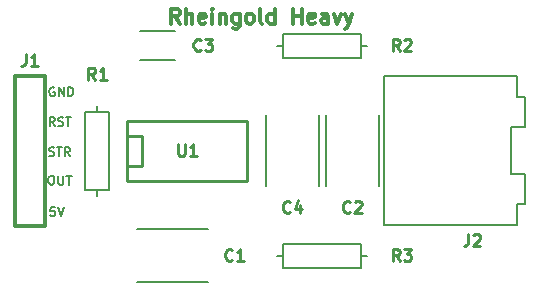
<source format=gto>
G04 #@! TF.FileFunction,Legend,Top*
%FSLAX46Y46*%
G04 Gerber Fmt 4.6, Leading zero omitted, Abs format (unit mm)*
G04 Created by KiCad (PCBNEW 4.0.0-rc1-stable) date 10/27/2015 9:53:31 PM*
%MOMM*%
G01*
G04 APERTURE LIST*
%ADD10C,0.150000*%
%ADD11C,0.317500*%
%ADD12C,0.190500*%
%ADD13C,0.254000*%
%ADD14C,0.203200*%
%ADD15C,0.304800*%
G04 APERTURE END LIST*
D10*
D11*
X201792114Y-130470124D02*
X201368781Y-129865362D01*
X201066400Y-130470124D02*
X201066400Y-129200124D01*
X201550209Y-129200124D01*
X201671162Y-129260600D01*
X201731638Y-129321076D01*
X201792114Y-129442029D01*
X201792114Y-129623457D01*
X201731638Y-129744410D01*
X201671162Y-129804886D01*
X201550209Y-129865362D01*
X201066400Y-129865362D01*
X202336400Y-130470124D02*
X202336400Y-129200124D01*
X202880686Y-130470124D02*
X202880686Y-129804886D01*
X202820209Y-129683933D01*
X202699257Y-129623457D01*
X202517829Y-129623457D01*
X202396876Y-129683933D01*
X202336400Y-129744410D01*
X203969257Y-130409648D02*
X203848305Y-130470124D01*
X203606400Y-130470124D01*
X203485448Y-130409648D01*
X203424972Y-130288695D01*
X203424972Y-129804886D01*
X203485448Y-129683933D01*
X203606400Y-129623457D01*
X203848305Y-129623457D01*
X203969257Y-129683933D01*
X204029734Y-129804886D01*
X204029734Y-129925838D01*
X203424972Y-130046790D01*
X204574019Y-130470124D02*
X204574019Y-129623457D01*
X204574019Y-129200124D02*
X204513543Y-129260600D01*
X204574019Y-129321076D01*
X204634495Y-129260600D01*
X204574019Y-129200124D01*
X204574019Y-129321076D01*
X205178781Y-129623457D02*
X205178781Y-130470124D01*
X205178781Y-129744410D02*
X205239257Y-129683933D01*
X205360210Y-129623457D01*
X205541638Y-129623457D01*
X205662590Y-129683933D01*
X205723067Y-129804886D01*
X205723067Y-130470124D01*
X206872115Y-129623457D02*
X206872115Y-130651552D01*
X206811638Y-130772505D01*
X206751162Y-130832981D01*
X206630210Y-130893457D01*
X206448781Y-130893457D01*
X206327829Y-130832981D01*
X206872115Y-130409648D02*
X206751162Y-130470124D01*
X206509258Y-130470124D01*
X206388305Y-130409648D01*
X206327829Y-130349171D01*
X206267353Y-130228219D01*
X206267353Y-129865362D01*
X206327829Y-129744410D01*
X206388305Y-129683933D01*
X206509258Y-129623457D01*
X206751162Y-129623457D01*
X206872115Y-129683933D01*
X207658306Y-130470124D02*
X207537353Y-130409648D01*
X207476877Y-130349171D01*
X207416401Y-130228219D01*
X207416401Y-129865362D01*
X207476877Y-129744410D01*
X207537353Y-129683933D01*
X207658306Y-129623457D01*
X207839734Y-129623457D01*
X207960686Y-129683933D01*
X208021163Y-129744410D01*
X208081639Y-129865362D01*
X208081639Y-130228219D01*
X208021163Y-130349171D01*
X207960686Y-130409648D01*
X207839734Y-130470124D01*
X207658306Y-130470124D01*
X208807354Y-130470124D02*
X208686401Y-130409648D01*
X208625925Y-130288695D01*
X208625925Y-129200124D01*
X209835449Y-130470124D02*
X209835449Y-129200124D01*
X209835449Y-130409648D02*
X209714496Y-130470124D01*
X209472592Y-130470124D01*
X209351639Y-130409648D01*
X209291163Y-130349171D01*
X209230687Y-130228219D01*
X209230687Y-129865362D01*
X209291163Y-129744410D01*
X209351639Y-129683933D01*
X209472592Y-129623457D01*
X209714496Y-129623457D01*
X209835449Y-129683933D01*
X211407830Y-130470124D02*
X211407830Y-129200124D01*
X211407830Y-129804886D02*
X212133544Y-129804886D01*
X212133544Y-130470124D02*
X212133544Y-129200124D01*
X213222115Y-130409648D02*
X213101163Y-130470124D01*
X212859258Y-130470124D01*
X212738306Y-130409648D01*
X212677830Y-130288695D01*
X212677830Y-129804886D01*
X212738306Y-129683933D01*
X212859258Y-129623457D01*
X213101163Y-129623457D01*
X213222115Y-129683933D01*
X213282592Y-129804886D01*
X213282592Y-129925838D01*
X212677830Y-130046790D01*
X214371163Y-130470124D02*
X214371163Y-129804886D01*
X214310686Y-129683933D01*
X214189734Y-129623457D01*
X213947829Y-129623457D01*
X213826877Y-129683933D01*
X214371163Y-130409648D02*
X214250210Y-130470124D01*
X213947829Y-130470124D01*
X213826877Y-130409648D01*
X213766401Y-130288695D01*
X213766401Y-130167743D01*
X213826877Y-130046790D01*
X213947829Y-129986314D01*
X214250210Y-129986314D01*
X214371163Y-129925838D01*
X214854973Y-129623457D02*
X215157354Y-130470124D01*
X215459734Y-129623457D01*
X215822592Y-129623457D02*
X216124973Y-130470124D01*
X216427353Y-129623457D02*
X216124973Y-130470124D01*
X216004020Y-130772505D01*
X215943544Y-130832981D01*
X215822592Y-130893457D01*
D12*
X191243858Y-146013714D02*
X190881001Y-146013714D01*
X190844715Y-146376571D01*
X190881001Y-146340286D01*
X190953572Y-146304000D01*
X191135001Y-146304000D01*
X191207572Y-146340286D01*
X191243858Y-146376571D01*
X191280143Y-146449143D01*
X191280143Y-146630571D01*
X191243858Y-146703143D01*
X191207572Y-146739429D01*
X191135001Y-146775714D01*
X190953572Y-146775714D01*
X190881001Y-146739429D01*
X190844715Y-146703143D01*
X191497857Y-146013714D02*
X191751857Y-146775714D01*
X192005857Y-146013714D01*
X190881000Y-143346714D02*
X191026143Y-143346714D01*
X191098715Y-143383000D01*
X191171286Y-143455571D01*
X191207572Y-143600714D01*
X191207572Y-143854714D01*
X191171286Y-143999857D01*
X191098715Y-144072429D01*
X191026143Y-144108714D01*
X190881000Y-144108714D01*
X190808429Y-144072429D01*
X190735858Y-143999857D01*
X190699572Y-143854714D01*
X190699572Y-143600714D01*
X190735858Y-143455571D01*
X190808429Y-143383000D01*
X190881000Y-143346714D01*
X191534144Y-143346714D02*
X191534144Y-143963571D01*
X191570429Y-144036143D01*
X191606715Y-144072429D01*
X191679286Y-144108714D01*
X191824429Y-144108714D01*
X191897001Y-144072429D01*
X191933286Y-144036143D01*
X191969572Y-143963571D01*
X191969572Y-143346714D01*
X192223572Y-143346714D02*
X192659001Y-143346714D01*
X192441287Y-144108714D02*
X192441287Y-143346714D01*
X190754001Y-141659429D02*
X190862858Y-141695714D01*
X191044287Y-141695714D01*
X191116858Y-141659429D01*
X191153144Y-141623143D01*
X191189429Y-141550571D01*
X191189429Y-141478000D01*
X191153144Y-141405429D01*
X191116858Y-141369143D01*
X191044287Y-141332857D01*
X190899144Y-141296571D01*
X190826572Y-141260286D01*
X190790287Y-141224000D01*
X190754001Y-141151429D01*
X190754001Y-141078857D01*
X190790287Y-141006286D01*
X190826572Y-140970000D01*
X190899144Y-140933714D01*
X191080572Y-140933714D01*
X191189429Y-140970000D01*
X191407143Y-140933714D02*
X191842572Y-140933714D01*
X191624858Y-141695714D02*
X191624858Y-140933714D01*
X192532000Y-141695714D02*
X192278000Y-141332857D01*
X192096572Y-141695714D02*
X192096572Y-140933714D01*
X192386857Y-140933714D01*
X192459429Y-140970000D01*
X192495714Y-141006286D01*
X192532000Y-141078857D01*
X192532000Y-141187714D01*
X192495714Y-141260286D01*
X192459429Y-141296571D01*
X192386857Y-141332857D01*
X192096572Y-141332857D01*
X191225715Y-139155714D02*
X190971715Y-138792857D01*
X190790287Y-139155714D02*
X190790287Y-138393714D01*
X191080572Y-138393714D01*
X191153144Y-138430000D01*
X191189429Y-138466286D01*
X191225715Y-138538857D01*
X191225715Y-138647714D01*
X191189429Y-138720286D01*
X191153144Y-138756571D01*
X191080572Y-138792857D01*
X190790287Y-138792857D01*
X191516001Y-139119429D02*
X191624858Y-139155714D01*
X191806287Y-139155714D01*
X191878858Y-139119429D01*
X191915144Y-139083143D01*
X191951429Y-139010571D01*
X191951429Y-138938000D01*
X191915144Y-138865429D01*
X191878858Y-138829143D01*
X191806287Y-138792857D01*
X191661144Y-138756571D01*
X191588572Y-138720286D01*
X191552287Y-138684000D01*
X191516001Y-138611429D01*
X191516001Y-138538857D01*
X191552287Y-138466286D01*
X191588572Y-138430000D01*
X191661144Y-138393714D01*
X191842572Y-138393714D01*
X191951429Y-138430000D01*
X192169143Y-138393714D02*
X192604572Y-138393714D01*
X192386858Y-139155714D02*
X192386858Y-138393714D01*
X191189428Y-135890000D02*
X191116857Y-135853714D01*
X191008000Y-135853714D01*
X190899143Y-135890000D01*
X190826571Y-135962571D01*
X190790286Y-136035143D01*
X190754000Y-136180286D01*
X190754000Y-136289143D01*
X190790286Y-136434286D01*
X190826571Y-136506857D01*
X190899143Y-136579429D01*
X191008000Y-136615714D01*
X191080571Y-136615714D01*
X191189428Y-136579429D01*
X191225714Y-136543143D01*
X191225714Y-136289143D01*
X191080571Y-136289143D01*
X191552286Y-136615714D02*
X191552286Y-135853714D01*
X191987714Y-136615714D01*
X191987714Y-135853714D01*
X192350572Y-136615714D02*
X192350572Y-135853714D01*
X192532000Y-135853714D01*
X192640857Y-135890000D01*
X192713429Y-135962571D01*
X192749714Y-136035143D01*
X192786000Y-136180286D01*
X192786000Y-136289143D01*
X192749714Y-136434286D01*
X192713429Y-136506857D01*
X192640857Y-136579429D01*
X192532000Y-136615714D01*
X192350572Y-136615714D01*
D13*
X197358000Y-139954000D02*
X198628000Y-139954000D01*
X198628000Y-139954000D02*
X198628000Y-142494000D01*
X198628000Y-142494000D02*
X197358000Y-142494000D01*
X197358000Y-138684000D02*
X207518000Y-138684000D01*
X207518000Y-138684000D02*
X207518000Y-143764000D01*
X207518000Y-143764000D02*
X197358000Y-143764000D01*
X197358000Y-143764000D02*
X197358000Y-138684000D01*
D10*
X230368000Y-145724000D02*
X231068000Y-145724000D01*
X230068000Y-147524000D02*
X230368000Y-147524000D01*
X230368000Y-145724000D02*
X230368000Y-147524000D01*
X230368000Y-136724000D02*
X231068000Y-136724000D01*
X230068000Y-134924000D02*
X230368000Y-134924000D01*
X230368000Y-134924000D02*
X230368000Y-136724000D01*
X219068000Y-134924000D02*
X230068000Y-134924000D01*
X219068000Y-147524000D02*
X230068000Y-147524000D01*
X219068000Y-147524000D02*
X219068000Y-134924000D01*
X231068000Y-136724000D02*
X231068000Y-139224000D01*
X231068000Y-145724000D02*
X231068000Y-143224000D01*
X231068000Y-143224000D02*
X229868000Y-143224000D01*
X229868000Y-143224000D02*
X229868000Y-139224000D01*
X229868000Y-139224000D02*
X231068000Y-139224000D01*
D14*
X194818000Y-137414000D02*
X194818000Y-137922000D01*
X194818000Y-145034000D02*
X194818000Y-144526000D01*
X194818000Y-144526000D02*
X195834000Y-144526000D01*
X195834000Y-144526000D02*
X195834000Y-137922000D01*
X195834000Y-137922000D02*
X193802000Y-137922000D01*
X193802000Y-137922000D02*
X193802000Y-144526000D01*
X193802000Y-144526000D02*
X194818000Y-144526000D01*
X210058000Y-132334000D02*
X210566000Y-132334000D01*
X217678000Y-132334000D02*
X217170000Y-132334000D01*
X217170000Y-132334000D02*
X217170000Y-131318000D01*
X217170000Y-131318000D02*
X210566000Y-131318000D01*
X210566000Y-131318000D02*
X210566000Y-133350000D01*
X210566000Y-133350000D02*
X217170000Y-133350000D01*
X217170000Y-133350000D02*
X217170000Y-132334000D01*
X210058000Y-150114000D02*
X210566000Y-150114000D01*
X217678000Y-150114000D02*
X217170000Y-150114000D01*
X217170000Y-150114000D02*
X217170000Y-149098000D01*
X217170000Y-149098000D02*
X210566000Y-149098000D01*
X210566000Y-149098000D02*
X210566000Y-151130000D01*
X210566000Y-151130000D02*
X217170000Y-151130000D01*
X217170000Y-151130000D02*
X217170000Y-150114000D01*
D15*
X187833000Y-147574000D02*
X190373000Y-147574000D01*
X190373000Y-134874000D02*
X187833000Y-134874000D01*
X187833000Y-147574000D02*
X187833000Y-134874000D01*
X190373000Y-134874000D02*
X190373000Y-147574000D01*
D10*
X198441500Y-131084000D02*
X201441500Y-131084000D01*
X201441500Y-133584000D02*
X198441500Y-133584000D01*
X204208000Y-152364000D02*
X198208000Y-152364000D01*
X198208000Y-147864000D02*
X204208000Y-147864000D01*
X218658000Y-138184000D02*
X218658000Y-144184000D01*
X214158000Y-144184000D02*
X214158000Y-138184000D01*
X213578000Y-138184000D02*
X213578000Y-144184000D01*
X209078000Y-144184000D02*
X209078000Y-138184000D01*
D13*
X201663905Y-140667619D02*
X201663905Y-141490095D01*
X201712286Y-141586857D01*
X201760667Y-141635238D01*
X201857429Y-141683619D01*
X202050952Y-141683619D01*
X202147714Y-141635238D01*
X202196095Y-141586857D01*
X202244476Y-141490095D01*
X202244476Y-140667619D01*
X203260476Y-141683619D02*
X202679905Y-141683619D01*
X202970191Y-141683619D02*
X202970191Y-140667619D01*
X202873429Y-140812762D01*
X202776667Y-140909524D01*
X202679905Y-140957905D01*
X226229333Y-148287619D02*
X226229333Y-149013333D01*
X226180953Y-149158476D01*
X226084191Y-149255238D01*
X225939048Y-149303619D01*
X225842286Y-149303619D01*
X226664762Y-148384381D02*
X226713143Y-148336000D01*
X226809905Y-148287619D01*
X227051809Y-148287619D01*
X227148571Y-148336000D01*
X227196952Y-148384381D01*
X227245333Y-148481143D01*
X227245333Y-148577905D01*
X227196952Y-148723048D01*
X226616381Y-149303619D01*
X227245333Y-149303619D01*
X194648667Y-135206619D02*
X194310001Y-134722810D01*
X194068096Y-135206619D02*
X194068096Y-134190619D01*
X194455143Y-134190619D01*
X194551905Y-134239000D01*
X194600286Y-134287381D01*
X194648667Y-134384143D01*
X194648667Y-134529286D01*
X194600286Y-134626048D01*
X194551905Y-134674429D01*
X194455143Y-134722810D01*
X194068096Y-134722810D01*
X195616286Y-135206619D02*
X195035715Y-135206619D01*
X195326001Y-135206619D02*
X195326001Y-134190619D01*
X195229239Y-134335762D01*
X195132477Y-134432524D01*
X195035715Y-134480905D01*
X220429667Y-132793619D02*
X220091001Y-132309810D01*
X219849096Y-132793619D02*
X219849096Y-131777619D01*
X220236143Y-131777619D01*
X220332905Y-131826000D01*
X220381286Y-131874381D01*
X220429667Y-131971143D01*
X220429667Y-132116286D01*
X220381286Y-132213048D01*
X220332905Y-132261429D01*
X220236143Y-132309810D01*
X219849096Y-132309810D01*
X220816715Y-131874381D02*
X220865096Y-131826000D01*
X220961858Y-131777619D01*
X221203762Y-131777619D01*
X221300524Y-131826000D01*
X221348905Y-131874381D01*
X221397286Y-131971143D01*
X221397286Y-132067905D01*
X221348905Y-132213048D01*
X220768334Y-132793619D01*
X221397286Y-132793619D01*
X220429667Y-150573619D02*
X220091001Y-150089810D01*
X219849096Y-150573619D02*
X219849096Y-149557619D01*
X220236143Y-149557619D01*
X220332905Y-149606000D01*
X220381286Y-149654381D01*
X220429667Y-149751143D01*
X220429667Y-149896286D01*
X220381286Y-149993048D01*
X220332905Y-150041429D01*
X220236143Y-150089810D01*
X219849096Y-150089810D01*
X220768334Y-149557619D02*
X221397286Y-149557619D01*
X221058620Y-149944667D01*
X221203762Y-149944667D01*
X221300524Y-149993048D01*
X221348905Y-150041429D01*
X221397286Y-150138190D01*
X221397286Y-150380095D01*
X221348905Y-150476857D01*
X221300524Y-150525238D01*
X221203762Y-150573619D01*
X220913477Y-150573619D01*
X220816715Y-150525238D01*
X220768334Y-150476857D01*
X188764333Y-133047619D02*
X188764333Y-133773333D01*
X188715953Y-133918476D01*
X188619191Y-134015238D01*
X188474048Y-134063619D01*
X188377286Y-134063619D01*
X189780333Y-134063619D02*
X189199762Y-134063619D01*
X189490048Y-134063619D02*
X189490048Y-133047619D01*
X189393286Y-133192762D01*
X189296524Y-133289524D01*
X189199762Y-133337905D01*
X203602167Y-132696857D02*
X203553786Y-132745238D01*
X203408643Y-132793619D01*
X203311881Y-132793619D01*
X203166739Y-132745238D01*
X203069977Y-132648476D01*
X203021596Y-132551714D01*
X202973215Y-132358190D01*
X202973215Y-132213048D01*
X203021596Y-132019524D01*
X203069977Y-131922762D01*
X203166739Y-131826000D01*
X203311881Y-131777619D01*
X203408643Y-131777619D01*
X203553786Y-131826000D01*
X203602167Y-131874381D01*
X203940834Y-131777619D02*
X204569786Y-131777619D01*
X204231120Y-132164667D01*
X204376262Y-132164667D01*
X204473024Y-132213048D01*
X204521405Y-132261429D01*
X204569786Y-132358190D01*
X204569786Y-132600095D01*
X204521405Y-132696857D01*
X204473024Y-132745238D01*
X204376262Y-132793619D01*
X204085977Y-132793619D01*
X203989215Y-132745238D01*
X203940834Y-132696857D01*
X206269167Y-150476857D02*
X206220786Y-150525238D01*
X206075643Y-150573619D01*
X205978881Y-150573619D01*
X205833739Y-150525238D01*
X205736977Y-150428476D01*
X205688596Y-150331714D01*
X205640215Y-150138190D01*
X205640215Y-149993048D01*
X205688596Y-149799524D01*
X205736977Y-149702762D01*
X205833739Y-149606000D01*
X205978881Y-149557619D01*
X206075643Y-149557619D01*
X206220786Y-149606000D01*
X206269167Y-149654381D01*
X207236786Y-150573619D02*
X206656215Y-150573619D01*
X206946501Y-150573619D02*
X206946501Y-149557619D01*
X206849739Y-149702762D01*
X206752977Y-149799524D01*
X206656215Y-149847905D01*
X216238667Y-146412857D02*
X216190286Y-146461238D01*
X216045143Y-146509619D01*
X215948381Y-146509619D01*
X215803239Y-146461238D01*
X215706477Y-146364476D01*
X215658096Y-146267714D01*
X215609715Y-146074190D01*
X215609715Y-145929048D01*
X215658096Y-145735524D01*
X215706477Y-145638762D01*
X215803239Y-145542000D01*
X215948381Y-145493619D01*
X216045143Y-145493619D01*
X216190286Y-145542000D01*
X216238667Y-145590381D01*
X216625715Y-145590381D02*
X216674096Y-145542000D01*
X216770858Y-145493619D01*
X217012762Y-145493619D01*
X217109524Y-145542000D01*
X217157905Y-145590381D01*
X217206286Y-145687143D01*
X217206286Y-145783905D01*
X217157905Y-145929048D01*
X216577334Y-146509619D01*
X217206286Y-146509619D01*
X211158667Y-146412857D02*
X211110286Y-146461238D01*
X210965143Y-146509619D01*
X210868381Y-146509619D01*
X210723239Y-146461238D01*
X210626477Y-146364476D01*
X210578096Y-146267714D01*
X210529715Y-146074190D01*
X210529715Y-145929048D01*
X210578096Y-145735524D01*
X210626477Y-145638762D01*
X210723239Y-145542000D01*
X210868381Y-145493619D01*
X210965143Y-145493619D01*
X211110286Y-145542000D01*
X211158667Y-145590381D01*
X212029524Y-145832286D02*
X212029524Y-146509619D01*
X211787620Y-145445238D02*
X211545715Y-146170952D01*
X212174667Y-146170952D01*
M02*

</source>
